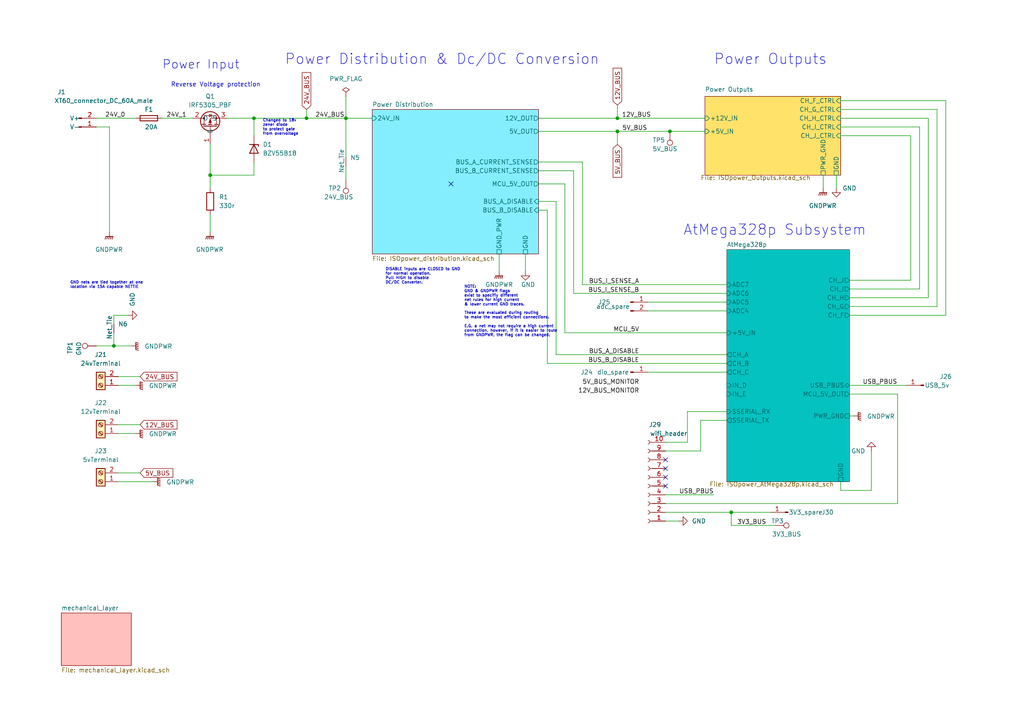
<source format=kicad_sch>
(kicad_sch (version 20211123) (generator eeschema)
  (paper "A4")
  (lib_symbols
    (symbol "000_Connectors_Immo:XT60_connector_DC_60A_male" (pin_names (offset 1.016))
      (property "Reference" "J?" (at 1.27 6.35 0))
      (property "Value" "XT60_connector_DC_60A_male" (at 8.89 3.81 0))
      (symbol "XT60_connector_DC_60A_male_1_1"
        (polyline (pts (xy 1.27 -2.54) (xy 0.8636 -2.54)) (stroke (width 0.1524)))
        (polyline (pts (xy 1.27 0) (xy 0.8636 0)) (stroke (width 0.1524)))
        (rectangle (start 0.8636 -2.413) (end 0 -2.667) (stroke (width 0.1524)) (fill (type outline)))
        (rectangle (start 0.8636 0.127) (end 0 -0.127) (stroke (width 0.1524)) (fill (type outline)))
        (pin passive line (at 5.08 0 180) (length 3.81) (name "V-") (number "1"))
        (pin passive line (at 5.08 -2.54 180) (length 3.81) (name "V+") (number "2"))
      )
    )
    (symbol "000_MOSFET_Immo:IRF5305_PBF"
      (property "Reference" "Q?" (at 0 10.16 90))
      (property "Value" "IRF5305_PBF" (at 5.08 8.89 90))
      (symbol "IRF5305_PBF_0_1"
        (polyline (pts (xy 0.254 0) (xy -2.54 0)))
        (polyline (pts (xy 0.254 1.905) (xy 0.254 -1.905)) (stroke (width 0.254)))
        (polyline (pts (xy 0.762 -1.27) (xy 0.762 -2.286)) (stroke (width 0.254)))
        (polyline (pts (xy 0.762 0.508) (xy 0.762 -0.508)) (stroke (width 0.254)))
        (polyline (pts (xy 0.762 2.286) (xy 0.762 1.27)) (stroke (width 0.254)))
        (polyline (pts (xy 2.54 2.54) (xy 2.54 1.778)))
        (polyline (pts (xy 2.54 -2.54) (xy 2.54 0) (xy 0.762 0)))
        (polyline (pts (xy 0.762 1.778) (xy 3.302 1.778) (xy 3.302 -1.778) (xy 0.762 -1.778)))
        (polyline (pts (xy 2.286 0) (xy 1.27 0.381) (xy 1.27 -0.381) (xy 2.286 0)) (fill (type outline)))
        (polyline (pts (xy 2.794 -0.508) (xy 2.921 -0.381) (xy 3.683 -0.381) (xy 3.81 -0.254)))
        (polyline (pts (xy 3.302 -0.381) (xy 2.921 0.254) (xy 3.683 0.254) (xy 3.302 -0.381)))
        (circle (center 1.651 0) (radius 2.794) (stroke (width 0.254)))
        (circle (center 2.54 -1.778) (radius 0.254) (fill (type outline)))
        (circle (center 2.54 1.778) (radius 0.254) (fill (type outline)))
      )
      (symbol "IRF5305_PBF_1_1"
        (pin input line (at -5.08 0 0) (length 2.54) (name "G") (number "1"))
        (pin passive line (at 2.54 5.08 270) (length 2.54) (name "D") (number "2"))
        (pin passive line (at 2.54 -5.08 90) (length 2.54) (name "S") (number "3"))
      )
    )
    (symbol "000_Pin_Headers_Immo:Conn_01x01_Male" (pin_names (offset 1.016) hide)
      (property "Reference" "J" (at 0 2.54 0))
      (property "Value" "Conn_01x01_Male" (at 0 -2.54 0))
      (symbol "Conn_01x01_Male_1_1"
        (polyline (pts (xy 1.27 0) (xy 0.8636 0)) (stroke (width 0.1524)))
        (rectangle (start 0.8636 0.127) (end 0 -0.127) (stroke (width 0.1524)) (fill (type outline)))
        (pin passive line (at 5.08 0 180) (length 3.81) (name "Pin_1") (number "1"))
      )
    )
    (symbol "000_Pin_Headers_Immo:Conn_01x02_Male" (pin_names (offset 1.016) hide)
      (property "Reference" "J" (at 0 2.54 0))
      (property "Value" "Conn_01x02_Male" (at 0 -5.08 0))
      (symbol "Conn_01x02_Male_1_1"
        (polyline (pts (xy 1.27 -2.54) (xy 0.8636 -2.54)) (stroke (width 0.1524)))
        (polyline (pts (xy 1.27 0) (xy 0.8636 0)) (stroke (width 0.1524)))
        (rectangle (start 0.8636 -2.413) (end 0 -2.667) (stroke (width 0.1524)) (fill (type outline)))
        (rectangle (start 0.8636 0.127) (end 0 -0.127) (stroke (width 0.1524)) (fill (type outline)))
        (pin passive line (at 5.08 0 180) (length 3.81) (name "Pin_1") (number "1"))
        (pin passive line (at 5.08 -2.54 180) (length 3.81) (name "Pin_2") (number "2"))
      )
    )
    (symbol "000_Protection_Immo:Fuse" (pin_numbers hide) (pin_names (offset 0))
      (property "Reference" "F" (at 2.032 0 90))
      (property "Value" "Fuse" (at -1.905 0 90))
      (symbol "Fuse_0_1"
        (rectangle (start -0.762 -2.54) (end 0.762 2.54) (stroke (width 0.254)))
        (polyline (pts (xy 0 2.54) (xy 0 -2.54)))
      )
      (symbol "Fuse_1_1"
        (pin passive line (at 0 3.81 270) (length 1.27) (name "~") (number "1"))
        (pin passive line (at 0 -3.81 90) (length 1.27) (name "~") (number "2"))
      )
    )
    (symbol "000_Resistors_Immo:Resistor_0805" (pin_numbers hide) (pin_names (offset 0))
      (property "Reference" "R?" (at 2.54 1.2701 0))
      (property "Value" "Resistor_0805" (at 2.54 -1.2699 0))
      (symbol "Resistor_0805_0_1"
        (rectangle (start -1.016 -2.54) (end 1.016 2.54) (stroke (width 0.254)))
      )
      (symbol "Resistor_0805_1_1"
        (pin passive line (at 0 3.81 270) (length 1.27) (name "~") (number "1"))
        (pin passive line (at 0 -3.81 90) (length 1.27) (name "~") (number "2"))
      )
    )
    (symbol "000_Utility_Immo:Net_Tie" (pin_numbers hide) (pin_names (offset 0) hide) (in_bom no)
      (property "Reference" "N" (at 0 5.08 0))
      (property "Value" "Net_Tie" (at 0 2.794 0))
      (symbol "Net_Tie_1_1"
        (pin passive line (at -1.27 0 0) (length 1.27) (name "A") (number "1"))
        (pin passive line (at 1.27 0 180) (length 1.27) (name "C") (number "2"))
      )
    )
    (symbol "000_Utility_Immo:pwr_tie" (pin_numbers hide) (pin_names (offset 0) hide) (in_bom no)
      (property "Reference" "N" (at 0 5.08 0))
      (property "Value" "pwr_tie" (at 0 2.794 0))
      (symbol "pwr_tie_1_1"
        (pin passive line (at -1.27 0 0) (length 1.27) (name "A") (number "1"))
        (pin passive line (at 1.27 0 180) (length 1.27) (name "C") (number "2"))
      )
    )
    (symbol "Connector:Conn_01x10_Female" (pin_names (offset 1.016) hide)
      (property "Reference" "J" (at 0 12.7 0))
      (property "Value" "Conn_01x10_Female" (at 0 -15.24 0))
      (symbol "Conn_01x10_Female_1_1"
        (arc (start 0 -12.192) (mid -0.508 -12.7) (end 0 -13.208) (stroke (width 0.1524)))
        (arc (start 0 -9.652) (mid -0.508 -10.16) (end 0 -10.668) (stroke (width 0.1524)))
        (arc (start 0 -7.112) (mid -0.508 -7.62) (end 0 -8.128) (stroke (width 0.1524)))
        (arc (start 0 -4.572) (mid -0.508 -5.08) (end 0 -5.588) (stroke (width 0.1524)))
        (arc (start 0 -2.032) (mid -0.508 -2.54) (end 0 -3.048) (stroke (width 0.1524)))
        (polyline (pts (xy -1.27 -12.7) (xy -0.508 -12.7)) (stroke (width 0.1524)))
        (polyline (pts (xy -1.27 -10.16) (xy -0.508 -10.16)) (stroke (width 0.1524)))
        (polyline (pts (xy -1.27 -7.62) (xy -0.508 -7.62)) (stroke (width 0.1524)))
        (polyline (pts (xy -1.27 -5.08) (xy -0.508 -5.08)) (stroke (width 0.1524)))
        (polyline (pts (xy -1.27 -2.54) (xy -0.508 -2.54)) (stroke (width 0.1524)))
        (polyline (pts (xy -1.27 0) (xy -0.508 0)) (stroke (width 0.1524)))
        (polyline (pts (xy -1.27 2.54) (xy -0.508 2.54)) (stroke (width 0.1524)))
        (polyline (pts (xy -1.27 5.08) (xy -0.508 5.08)) (stroke (width 0.1524)))
        (polyline (pts (xy -1.27 7.62) (xy -0.508 7.62)) (stroke (width 0.1524)))
        (polyline (pts (xy -1.27 10.16) (xy -0.508 10.16)) (stroke (width 0.1524)))
        (arc (start 0 0.508) (mid -0.508 0) (end 0 -0.508) (stroke (width 0.1524)))
        (arc (start 0 3.048) (mid -0.508 2.54) (end 0 2.032) (stroke (width 0.1524)))
        (arc (start 0 5.588) (mid -0.508 5.08) (end 0 4.572) (stroke (width 0.1524)))
        (arc (start 0 8.128) (mid -0.508 7.62) (end 0 7.112) (stroke (width 0.1524)))
        (arc (start 0 10.668) (mid -0.508 10.16) (end 0 9.652) (stroke (width 0.1524)))
        (pin passive line (at -5.08 10.16 0) (length 3.81) (name "Pin_1") (number "1"))
        (pin passive line (at -5.08 -12.7 0) (length 3.81) (name "Pin_10") (number "10"))
        (pin passive line (at -5.08 7.62 0) (length 3.81) (name "Pin_2") (number "2"))
        (pin passive line (at -5.08 5.08 0) (length 3.81) (name "Pin_3") (number "3"))
        (pin passive line (at -5.08 2.54 0) (length 3.81) (name "Pin_4") (number "4"))
        (pin passive line (at -5.08 0 0) (length 3.81) (name "Pin_5") (number "5"))
        (pin passive line (at -5.08 -2.54 0) (length 3.81) (name "Pin_6") (number "6"))
        (pin passive line (at -5.08 -5.08 0) (length 3.81) (name "Pin_7") (number "7"))
        (pin passive line (at -5.08 -7.62 0) (length 3.81) (name "Pin_8") (number "8"))
        (pin passive line (at -5.08 -10.16 0) (length 3.81) (name "Pin_9") (number "9"))
      )
    )
    (symbol "Connector:Screw_Terminal_01x02" (pin_names (offset 1.016) hide)
      (property "Reference" "J" (at 0 2.54 0))
      (property "Value" "Screw_Terminal_01x02" (at 0 -5.08 0))
      (symbol "Screw_Terminal_01x02_1_1"
        (rectangle (start -1.27 1.27) (end 1.27 -3.81) (stroke (width 0.254)) (fill (type background)))
        (circle (center 0 -2.54) (radius 0.635) (stroke (width 0.1524)))
        (polyline (pts (xy -0.5334 -2.2098) (xy 0.3302 -3.048)) (stroke (width 0.1524)))
        (polyline (pts (xy -0.5334 0.3302) (xy 0.3302 -0.508)) (stroke (width 0.1524)))
        (polyline (pts (xy -0.3556 -2.032) (xy 0.508 -2.8702)) (stroke (width 0.1524)))
        (polyline (pts (xy -0.3556 0.508) (xy 0.508 -0.3302)) (stroke (width 0.1524)))
        (circle (center 0 0) (radius 0.635) (stroke (width 0.1524)))
        (pin passive line (at -5.08 0 0) (length 3.81) (name "Pin_1") (number "1"))
        (pin passive line (at -5.08 -2.54 0) (length 3.81) (name "Pin_2") (number "2"))
      )
    )
    (symbol "Connector:TestPoint" (pin_numbers hide) (pin_names (offset 0.762) hide)
      (property "Reference" "TP" (at 0 6.858 0))
      (property "Value" "TestPoint" (at 0 5.08 0))
      (symbol "TestPoint_0_1"
        (circle (center 0 3.302) (radius 0.762))
      )
      (symbol "TestPoint_1_1"
        (pin passive line (at 0 0 90) (length 2.54) (name "1") (number "1"))
      )
    )
    (symbol "Diode:BZV55B18" (pin_numbers hide) (pin_names (offset 1.016) hide)
      (property "Reference" "D" (at 0 2.54 0))
      (property "Value" "BZV55B18" (at 0 -2.54 0))
      (symbol "BZV55B18_0_1"
        (polyline (pts (xy 1.27 0) (xy -1.27 0)))
        (polyline (pts (xy -1.27 -1.27) (xy -1.27 1.27) (xy -0.762 1.27)) (stroke (width 0.254)))
        (polyline (pts (xy 1.27 -1.27) (xy 1.27 1.27) (xy -1.27 0) (xy 1.27 -1.27)) (stroke (width 0.254)))
      )
      (symbol "BZV55B18_1_1"
        (pin passive line (at -3.81 0 0) (length 2.54) (name "K") (number "1"))
        (pin passive line (at 3.81 0 180) (length 2.54) (name "A") (number "2"))
      )
    )
    (symbol "power:GND" (power) (pin_names (offset 0))
      (property "Value" "GND" (at 0 -3.81 0))
      (symbol "GND_0_1"
        (polyline (pts (xy 0 0) (xy 0 -1.27) (xy 1.27 -1.27) (xy 0 -2.54) (xy -1.27 -1.27) (xy 0 -1.27)))
      )
      (symbol "GND_1_1"
        (pin power_in line (at 0 0 270) (length 0) hide (name "GND") (number "1"))
      )
    )
    (symbol "power:GNDPWR" (power) (pin_names (offset 0))
      (property "Value" "GNDPWR" (at 0 -3.302 0))
      (symbol "GNDPWR_0_1"
        (polyline (pts (xy 0 -1.27) (xy 0 0)))
        (polyline (pts (xy -1.016 -1.27) (xy -1.27 -2.032) (xy -1.27 -2.032)) (stroke (width 0.2032)))
        (polyline (pts (xy -0.508 -1.27) (xy -0.762 -2.032) (xy -0.762 -2.032)) (stroke (width 0.2032)))
        (polyline (pts (xy 0 -1.27) (xy -0.254 -2.032) (xy -0.254 -2.032)) (stroke (width 0.2032)))
        (polyline (pts (xy 0.508 -1.27) (xy 0.254 -2.032) (xy 0.254 -2.032)) (stroke (width 0.2032)))
        (polyline (pts (xy 1.016 -1.27) (xy -1.016 -1.27) (xy -1.016 -1.27)) (stroke (width 0.2032)))
        (polyline (pts (xy 1.016 -1.27) (xy 0.762 -2.032) (xy 0.762 -2.032) (xy 0.762 -2.032)) (stroke (width 0.2032)))
      )
      (symbol "GNDPWR_1_1"
        (pin power_in line (at 0 0 270) (length 0) hide (name "GNDPWR") (number "1"))
      )
    )
    (symbol "power:PWR_FLAG" (power) (pin_numbers hide) (pin_names (offset 0) hide)
      (property "Value" "PWR_FLAG" (at 0 3.81 0))
      (symbol "PWR_FLAG_0_0"
        (pin power_out line (at 0 0 90) (length 0) (name "pwr") (number "1"))
      )
      (symbol "PWR_FLAG_0_1"
        (polyline (pts (xy 0 0) (xy 0 1.27) (xy -1.016 1.905) (xy 0 2.54) (xy 1.016 1.905) (xy 0 1.27)))
      )
    )
  )
  (junction (at 100.33 34.29))
  (junction (at 179.07 38.1))
  (junction (at 33.02 100.33))
  (junction (at 60.96 50.8))
  (junction (at 194.31 38.1))
  (junction (at 212.09 148.59))
  (junction (at 179.07 34.29))
  (junction (at 73.66 34.29))
  (junction (at 88.9 34.29))
  (no_connect (at 193.04 135.89))
  (no_connect (at 193.04 133.35))
  (no_connect (at 193.04 138.43))
  (no_connect (at 193.04 140.97))
  (no_connect (at 130.81 53.34))
  (wire (pts (xy 100.33 27.94) (xy 100.33 34.29)))
  (wire (pts (xy 260.35 114.3) (xy 260.35 146.05)))
  (wire (pts (xy 161.29 102.87) (xy 210.82 102.87)))
  (wire (pts (xy 88.9 31.75) (xy 88.9 34.29)))
  (wire (pts (xy 46.99 34.29) (xy 55.88 34.29)))
  (wire (pts (xy 144.78 73.66) (xy 144.78 78.74)))
  (wire (pts (xy 246.38 111.76) (xy 262.89 111.76)))
  (wire (pts (xy 271.78 31.75) (xy 271.78 88.9)))
  (wire (pts (xy 243.84 29.21) (xy 274.32 29.21)))
  (wire (pts (xy 193.04 146.05) (xy 260.35 146.05)))
  (wire (pts (xy 246.38 114.3) (xy 260.35 114.3)))
  (wire (pts (xy 39.37 125.73) (xy 34.29 125.73)))
  (wire (pts (xy 187.96 87.63) (xy 210.82 87.63)))
  (wire (pts (xy 34.29 139.7) (xy 44.45 139.7)))
  (wire (pts (xy 203.2 130.81) (xy 203.2 121.92)))
  (wire (pts (xy 34.29 123.19) (xy 40.64 123.19)))
  (wire (pts (xy 100.33 48.26) (xy 100.33 52.07)))
  (wire (pts (xy 194.31 38.1) (xy 204.47 38.1)))
  (wire (pts (xy 243.84 142.24) (xy 243.84 139.7)))
  (wire (pts (xy 27.94 36.83) (xy 31.75 36.83)))
  (wire (pts (xy 252.73 130.81) (xy 252.73 142.24)))
  (wire (pts (xy 73.66 46.99) (xy 73.66 50.8)))
  (wire (pts (xy 179.07 34.29) (xy 204.47 34.29)))
  (wire (pts (xy 203.2 121.92) (xy 210.82 121.92)))
  (wire (pts (xy 269.24 86.36) (xy 269.24 34.29)))
  (wire (pts (xy 66.04 34.29) (xy 73.66 34.29)))
  (wire (pts (xy 212.09 148.59) (xy 223.52 148.59)))
  (wire (pts (xy 161.29 102.87) (xy 161.29 58.42)))
  (wire (pts (xy 179.07 38.1) (xy 179.07 41.91)))
  (wire (pts (xy 38.1 100.33) (xy 33.02 100.33)))
  (wire (pts (xy 156.21 49.53) (xy 166.37 49.53)))
  (wire (pts (xy 27.94 100.33) (xy 33.02 100.33)))
  (wire (pts (xy 60.96 62.23) (xy 60.96 67.31)))
  (wire (pts (xy 163.83 53.34) (xy 163.83 96.52)))
  (wire (pts (xy 246.38 83.82) (xy 266.7 83.82)))
  (wire (pts (xy 193.04 130.81) (xy 203.2 130.81)))
  (wire (pts (xy 34.29 109.22) (xy 40.64 109.22)))
  (wire (pts (xy 158.75 105.41) (xy 158.75 60.96)))
  (wire (pts (xy 243.84 142.24) (xy 252.73 142.24)))
  (wire (pts (xy 193.04 148.59) (xy 212.09 148.59)))
  (wire (pts (xy 187.96 107.95) (xy 210.82 107.95)))
  (wire (pts (xy 100.33 34.29) (xy 100.33 45.72)))
  (wire (pts (xy 88.9 34.29) (xy 100.33 34.29)))
  (wire (pts (xy 60.96 50.8) (xy 60.96 54.61)))
  (wire (pts (xy 73.66 34.29) (xy 88.9 34.29)))
  (wire (pts (xy 33.02 91.44) (xy 37.1382 91.44)))
  (wire (pts (xy 187.96 90.17) (xy 210.82 90.17)))
  (wire (pts (xy 27.94 34.29) (xy 39.37 34.29)))
  (wire (pts (xy 266.7 36.83) (xy 243.84 36.83)))
  (wire (pts (xy 193.04 143.51) (xy 207.01 143.51)))
  (wire (pts (xy 156.21 46.99) (xy 168.91 46.99)))
  (wire (pts (xy 31.75 36.83) (xy 31.75 67.31)))
  (wire (pts (xy 156.21 38.1) (xy 179.07 38.1)))
  (wire (pts (xy 246.38 88.9) (xy 271.78 88.9)))
  (wire (pts (xy 199.39 128.27) (xy 199.39 119.38)))
  (wire (pts (xy 264.16 81.28) (xy 264.16 39.37)))
  (wire (pts (xy 199.39 119.38) (xy 210.82 119.38)))
  (wire (pts (xy 156.21 34.29) (xy 179.07 34.29)))
  (wire (pts (xy 60.96 41.91) (xy 60.96 50.8)))
  (wire (pts (xy 152.4 73.66) (xy 152.4 78.74)))
  (wire (pts (xy 266.7 36.83) (xy 266.7 83.82)))
  (wire (pts (xy 246.38 81.28) (xy 264.16 81.28)))
  (wire (pts (xy 224.79 152.4) (xy 212.09 152.4)))
  (wire (pts (xy 158.75 60.96) (xy 156.21 60.96)))
  (wire (pts (xy 156.21 53.34) (xy 163.83 53.34)))
  (wire (pts (xy 33.02 93.98) (xy 33.02 91.44)))
  (wire (pts (xy 274.32 29.21) (xy 274.32 91.44)))
  (wire (pts (xy 246.38 120.65) (xy 247.65 120.65)))
  (wire (pts (xy 193.04 151.13) (xy 196.85 151.13)))
  (wire (pts (xy 179.07 34.29) (xy 179.07 30.48)))
  (wire (pts (xy 34.29 137.16) (xy 40.64 137.16)))
  (wire (pts (xy 33.02 96.52) (xy 33.02 100.33)))
  (wire (pts (xy 243.84 34.29) (xy 269.24 34.29)))
  (wire (pts (xy 163.83 96.52) (xy 210.82 96.52)))
  (wire (pts (xy 100.33 34.29) (xy 107.95 34.29)))
  (wire (pts (xy 168.91 82.55) (xy 168.91 46.99)))
  (wire (pts (xy 158.75 105.41) (xy 210.82 105.41)))
  (wire (pts (xy 264.16 39.37) (xy 243.84 39.37)))
  (wire (pts (xy 166.37 85.09) (xy 166.37 49.53)))
  (wire (pts (xy 73.66 50.8) (xy 60.96 50.8)))
  (wire (pts (xy 193.04 128.27) (xy 199.39 128.27)))
  (wire (pts (xy 271.78 31.75) (xy 243.84 31.75)))
  (wire (pts (xy 242.57 54.61) (xy 242.57 50.8)))
  (wire (pts (xy 179.07 38.1) (xy 194.31 38.1)))
  (wire (pts (xy 39.37 111.76) (xy 34.29 111.76)))
  (wire (pts (xy 212.09 148.59) (xy 212.09 152.4)))
  (wire (pts (xy 73.66 34.29) (xy 73.66 39.37)))
  (wire (pts (xy 166.37 85.09) (xy 210.82 85.09)))
  (wire (pts (xy 238.76 50.8) (xy 238.76 54.61)))
  (wire (pts (xy 168.91 82.55) (xy 210.82 82.55)))
  (wire (pts (xy 246.38 86.36) (xy 269.24 86.36)))
  (wire (pts (xy 156.21 58.42) (xy 161.29 58.42)))
  (wire (pts (xy 246.38 91.44) (xy 274.32 91.44)))
  (text "Power Outputs" (at 207.01 19.05 0) (effects (font (size 3 3)) (justify left bottom)))
  (text "Reverse Voltage protection" (at 49.53 25.4 0) (effects (font (size 1.27 1.27)) (justify left bottom)))
  (text "AtMega328p Subsystem" (at 198.12 68.58 0) (effects (font (size 3 3)) (justify left bottom)))
  (text "Power Distribution & Dc/DC Conversion" (at 82.55 19.05 0) (effects (font (size 3 3)) (justify left bottom)))
  (text "Power Input" (at 46.99 20.32 0) (effects (font (size 2.5 2.5)) (justify left bottom)))
  (text "DISABLE inputs are CLOSED to GND\nfor normal operation.\nPull HIGH to disable\nDC/DC Converter.\n\n" (at 111.76 83.82 0) (effects (font (size 0.8 0.8)) (justify left bottom)))
  (text "NOTE:\nGND & GNDPWR flags\nexist to specifiy different \nnet rules for high current\n& lower current GND traces.\n" (at 134.62 88.9 0) (effects (font (size 0.8 0.8)) (justify left bottom)))
  (text "Changed to 18v\nzener diode\nto protect gate\nfrom overvoltage" (at 76.2 39.37 0) (effects (font (size 0.8 0.8)) (justify left bottom)))
  (text "These are evaluated during routing\nto make the most efficient connections.\n\nE.G, a net may not require a high current\nconnection, however, if it is easier to route \nfrom GNDPWR, the flag can be changed." (at 134.62 97.79 0) (effects (font (size 0.8 0.8)) (justify left bottom)))
  (text "GND nets are tied together at one\nlocation via 15A capable NETTIE" (at 20.32 83.82 0) (effects (font (size 0.8 0.8)) (justify left bottom)))
  (label "12V_BUS" (at 180.34 34.29 0))
  (label "USB_PBUS" (at 207.01 143.51 180))
  (label "BUS_B_DISABLE" (at 185.42 105.41 180))
  (label "24V_BUS" (at 91.44 34.29 0))
  (label "5V_BUS" (at 180.4597 38.1 0))
  (label "24V_1" (at 48.26 34.29 0))
  (label "USB_PBUS" (at 250.19 111.76 0))
  (label "24V_0" (at 30.48 34.29 0))
  (label "BUS_I_SENSE_B" (at 185.42 85.09 180))
  (label "BUS_A_DISABLE" (at 185.42 102.87 180))
  (label "12V_BUS_MONITOR" (at 185.42 114.3 180))
  (label "5V_BUS_MONITOR" (at 185.42 111.76 180))
  (label "MCU_5V" (at 185.42 96.52 180))
  (label "3V3_BUS" (at 222.25 152.4 180))
  (label "BUS_I_SENSE_A" (at 185.42 82.55 180))
  (global_label "24V_BUS" (shape input) (at 88.9 31.75 90) (property "Intersheet References" "${INTERSHEET_REFS}" (effects hide)))
  (global_label "12V_BUS" (shape input) (at 179.07 30.48 90) (property "Intersheet References" "${INTERSHEET_REFS}" (effects hide)))
  (global_label "5V_BUS" (shape input) (at 40.64 137.16 0) (property "Intersheet References" "${INTERSHEET_REFS}" (effects hide)))
  (global_label "12V_BUS" (shape input) (at 40.64 123.19 0) (property "Intersheet References" "${INTERSHEET_REFS}" (effects hide)))
  (global_label "24V_BUS" (shape input) (at 40.64 109.22 0) (property "Intersheet References" "${INTERSHEET_REFS}" (effects hide)))
  (global_label "5V_BUS" (shape input) (at 179.07 41.91 270) (property "Intersheet References" "${INTERSHEET_REFS}" (effects hide)))
  (symbol (lib_id "Connector:TestPoint") (at 100.33 52.07 180) (unit 1)
    (property "Reference" "TP2" (at 95.25 54.61 0) (effects (justify right)))
    (property "Value" "24V_BUS" (at 93.98 57.15 0) (effects (justify right)))
    (property "Footprint" "TestPoint:TestPoint_Pad_D1.5mm" (effects hide))
  )
  (symbol (lib_id "Connector:Screw_Terminal_01x02") (at 29.21 111.76 180) (unit 1)
    (property "Reference" "J21" (at 29.21 102.87 0))
    (property "Value" "24vTerminal" (at 29.21 105.41 0))
    (property "Footprint" "TerminalBlock:TerminalBlock_Altech_AK300-2_P5.00mm" (effects hide))
  )
  (symbol (lib_id "power:GNDPWR") (at 60.96 67.31 0) (unit 1)
    (property "Reference" "#PWR0101" (effects hide))
    (property "Value" "GNDPWR" (at 60.833 72.39 0))
  )
  (symbol (lib_id "Connector:Screw_Terminal_01x02") (at 29.21 139.7 180) (unit 1)
    (property "Reference" "J23" (at 29.21 130.81 0))
    (property "Value" "5vTerminal" (at 29.21 133.35 0))
    (property "Footprint" "TerminalBlock:TerminalBlock_Altech_AK300-2_P5.00mm" (effects hide))
  )
  (symbol (lib_id "000_Protection_Immo:Fuse") (at 43.18 34.29 90) (unit 1)
    (property "Reference" "F1" (at 44.45 31.75 90) (effects (justify left)))
    (property "Value" "20A" (at 45.72 36.83 90) (effects (justify left)))
    (property "Footprint" "Fuse:Fuseholder_Cylinder-5x20mm_Stelvio-Kontek_PTF78_Horizontal_Open" (effects hide))
  )
  (symbol (lib_id "power:GND") (at 152.4 78.74 0) (unit 1)
    (property "Reference" "#PWR0115" (effects hide))
    (property "Value" "GND" (at 151.13 82.55 0) (effects (justify left)))
  )
  (symbol (lib_id "power:PWR_FLAG") (at 100.33 27.94 0) (unit 1)
    (property "Reference" "#FLG01" (effects hide))
    (property "Value" "PWR_FLAG" (at 100.33 22.86 0))
  )
  (symbol (lib_id "000_Pin_Headers_Immo:Conn_01x01_Male") (at 267.97 111.76 180) (unit 1)
    (property "Reference" "J26" (at 274.32 109.22 0))
    (property "Value" "USB_5v" (at 271.78 111.76 0))
    (property "Footprint" "Connector_PinHeader_1.27mm:PinHeader_1x01_P1.27mm_Vertical" (effects hide))
  )
  (symbol (lib_id "power:GNDPWR") (at 38.1 100.33 90) (unit 1)
    (property "Reference" "#PWR0110" (effects hide))
    (property "Value" "GNDPWR" (at 41.91 100.4569 90) (effects (justify right)))
  )
  (symbol (lib_id "Connector:TestPoint") (at 224.79 152.4 270) (unit 1)
    (property "Reference" "TP3" (at 227.33 151.13 90) (effects (justify right)))
    (property "Value" "3V3_BUS" (at 232.41 154.94 90) (effects (justify right)))
    (property "Footprint" "TestPoint:TestPoint_Pad_D1.5mm" (effects hide))
  )
  (symbol (lib_id "000_Pin_Headers_Immo:Conn_01x02_Male") (at 182.88 87.63 0) (unit 1)
    (property "Reference" "J25" (at 175.26 87.63 0))
    (property "Value" "adc_spare" (at 177.8 88.9 0))
    (property "Footprint" "Connector_PinHeader_1.27mm:PinHeader_1x02_P1.27mm_Vertical" (effects hide))
  )
  (symbol (lib_id "000_Connectors_Immo:XT60_connector_DC_60A_male") (at 22.86 36.83 0) (mirror x) (unit 1)
    (property "Reference" "J1" (at 19.05 26.67 0) (effects (justify right)))
    (property "Value" "XT60_connector_DC_60A_male" (at 44.45 29.21 0) (effects (justify right)))
    (property "Footprint" "Connector_AMASS:AMASS_XT60PW-M" (effects hide))
  )
  (symbol (lib_id "000_Utility_Immo:pwr_tie") (at 33.02 95.25 90) (unit 1) (in_bom no)
    (property "Reference" "N6" (at 34.29 93.9799 90) (effects (justify right)))
    (property "Value" "Net_Tie" (at 31.75 91.44 0) (effects (justify right)))
    (property "Footprint" "NetTie:NetTie-8-15A_1oz_2oz" (effects hide))
  )
  (symbol (lib_id "power:GNDPWR") (at 31.75 67.31 0) (unit 1)
    (property "Reference" "#PWR0107" (effects hide))
    (property "Value" "GNDPWR" (at 31.623 72.39 0))
  )
  (symbol (lib_id "power:GNDPWR") (at 39.37 125.73 90) (unit 1)
    (property "Reference" "#PWR0112" (effects hide))
    (property "Value" "GNDPWR" (at 43.18 125.8569 90) (effects (justify right)))
  )
  (symbol (lib_id "power:GNDPWR") (at 44.45 139.7 90) (unit 1)
    (property "Reference" "#PWR0113" (effects hide))
    (property "Value" "GNDPWR" (at 48.26 139.8269 90) (effects (justify right)))
  )
  (symbol (lib_id "power:GNDPWR") (at 144.78 78.74 0) (unit 1)
    (property "Reference" "#PWR0109" (effects hide))
    (property "Value" "GNDPWR" (at 144.78 82.55 0))
  )
  (symbol (lib_id "000_Pin_Headers_Immo:Conn_01x01_Male") (at 228.6 148.59 180) (unit 1)
    (property "Reference" "J30" (at 240.03 148.59 0))
    (property "Value" "3V3_spare" (at 233.68 148.59 0))
    (property "Footprint" "Connector_PinHeader_1.27mm:PinHeader_1x01_P1.27mm_Vertical" (effects hide))
  )
  (symbol (lib_id "power:GND") (at 242.57 54.61 0) (unit 1)
    (property "Reference" "#PWR0102" (effects hide))
    (property "Value" "GND" (at 246.38 54.61 0))
  )
  (symbol (lib_id "000_Utility_Immo:Net_Tie") (at 100.33 46.99 90) (unit 1) (in_bom no)
    (property "Reference" "N5" (at 101.6 45.7199 90) (effects (justify right)))
    (property "Value" "Net_Tie" (at 99.06 43.18 0) (effects (justify right)))
    (property "Footprint" "NetTie:NetTie-2_SMD_Pad0.5mm" (effects hide))
  )
  (symbol (lib_id "000_MOSFET_Immo:IRF5305_PBF") (at 60.96 36.83 90) (unit 1)
    (property "Reference" "Q1" (at 60.96 27.94 90))
    (property "Value" "IRF5305_PBF" (at 60.96 30.48 90))
    (property "Footprint" "Package_TO_SOT_SMD:TO-263-2" (effects hide))
    (property "Datasheet" "http://www.infineon.com/dgdl/irf4905.pdf?fileId=5546d462533600a4015355e32165197c" (effects hide))
  )
  (symbol (lib_id "Connector:TestPoint") (at 194.31 38.1 180) (unit 1)
    (property "Reference" "TP5" (at 189.23 40.64 0) (effects (justify right)))
    (property "Value" "5V_BUS" (at 189.23 43.18 0) (effects (justify right)))
    (property "Footprint" "TestPoint:TestPoint_Pad_D1.5mm" (effects hide))
  )
  (symbol (lib_id "000_Resistors_Immo:Resistor_0805") (at 60.96 58.42 0) (unit 1)
    (property "Reference" "R1" (at 63.5 57.1499 0) (effects (justify left)))
    (property "Value" "330r" (at 63.5 59.6899 0) (effects (justify left)))
    (property "Footprint" "Resistor_SMD:R_0805_2012Metric_Pad1.20x1.40mm_HandSolder" (effects hide))
  )
  (symbol (lib_id "Connector:Conn_01x10_Female") (at 187.96 140.97 180) (unit 1)
    (property "Reference" "J29" (at 191.77 123.19 0) (effects (justify left)))
    (property "Value" "wifi_header" (at 199.39 125.73 0) (effects (justify left)))
    (property "Footprint" "Connector_PinSocket_1.27mm:PinSocket_1x10_P1.27mm_Vertical" (effects hide))
  )
  (symbol (lib_id "power:GND") (at 37.1382 91.44 90) (unit 1)
    (property "Reference" "#PWR01" (effects hide))
    (property "Value" "GND" (at 38.4081 88.9 0) (effects (justify left)))
  )
  (symbol (lib_id "power:GNDPWR") (at 247.65 120.65 90) (unit 1)
    (property "Reference" "#PWR0116" (effects hide))
    (property "Value" "GNDPWR" (at 251.46 120.7769 90) (effects (justify right)))
  )
  (symbol (lib_id "Connector:TestPoint") (at 27.94 100.33 90) (unit 1)
    (property "Reference" "TP1" (at 20.32 99.06 0) (effects (justify right)))
    (property "Value" "GND" (at 22.86 99.06 0) (effects (justify right)))
    (property "Footprint" "TestPoint:TestPoint_Pad_D1.5mm" (effects hide))
  )
  (symbol (lib_id "power:GND") (at 252.73 130.81 180) (unit 1)
    (property "Reference" "#PWR07" (effects hide))
    (property "Value" "GND" (at 248.92 130.81 0))
  )
  (symbol (lib_id "Diode:BZV55B18") (at 73.66 43.18 270) (unit 1)
    (property "Reference" "D1" (at 76.2 41.9099 90) (effects (justify left)))
    (property "Value" "BZV55B18" (at 76.2 44.4499 90) (effects (justify left)))
    (property "Footprint" "Diode_SMD:D_MiniMELF_Handsoldering" (effects hide))
    (property "Datasheet" "https://assets.nexperia.com/documents/data-sheet/BZV55_SER.pdf" (effects hide))
  )
  (symbol (lib_id "power:GNDPWR") (at 39.37 111.76 90) (unit 1)
    (property "Reference" "#PWR0111" (effects hide))
    (property "Value" "GNDPWR" (at 43.18 111.8869 90) (effects (justify right)))
  )
  (symbol (lib_id "Connector:Screw_Terminal_01x02") (at 29.21 125.73 180) (unit 1)
    (property "Reference" "J22" (at 29.21 116.84 0))
    (property "Value" "12vTerminal" (at 29.21 119.38 0))
    (property "Footprint" "TerminalBlock:TerminalBlock_Altech_AK300-2_P5.00mm" (effects hide))
  )
  (symbol (lib_id "000_Pin_Headers_Immo:Conn_01x01_Male") (at 182.88 107.95 0) (unit 1)
    (property "Reference" "J24" (at 170.18 107.95 0))
    (property "Value" "dio_spare" (at 177.8 107.95 0))
    (property "Footprint" "Connector_PinHeader_1.27mm:PinHeader_1x01_P1.27mm_Vertical" (effects hide))
  )
  (symbol (lib_id "power:GND") (at 196.85 151.13 90) (unit 1)
    (property "Reference" "#PWR08" (effects hide))
    (property "Value" "GND" (at 200.66 151.1299 90) (effects (justify right)))
  )
  (symbol (lib_id "power:GNDPWR") (at 238.76 54.61 0) (unit 1)
    (property "Reference" "#PWR0108" (effects hide))
    (property "Value" "GNDPWR" (at 238.633 59.69 0))
  )
  (sheet (at 107.95 31.75) (size 48.26 41.91) (stroke (width 0.1524)) (fill (color 132 238 255 1.0000))
    (property "Sheet name" "Power Distribution" (at 107.95 31.0384 0) (effects (justify left bottom)))
    (property "Sheet file" "ISOpower_distribution.kicad_sch" (at 107.95 74.2446 0) (effects (justify left top)))
    (pin "BUS_A_CURRENT_SENSE" output (at 156.21 46.99 0))
    (pin "BUS_B_CURRENT_SENSE" output (at 156.21 49.53 0))
    (pin "GND" passive (at 152.4 73.66 270))
    (pin "12V_OUT" output (at 156.21 34.29 0))
    (pin "5V_OUT" output (at 156.21 38.1 0))
    (pin "24V_IN" input (at 107.95 34.29 180))
    (pin "BUS_A_DISABLE" input (at 156.21 58.42 0))
    (pin "BUS_B_DISABLE" input (at 156.21 60.96 0))
    (pin "MCU_5V_OUT" output (at 156.21 53.34 0))
    (pin "GND_PWR" passive (at 144.78 73.66 270))
  )
  (sheet (at 17.78 177.8) (size 20.32 15.24) (stroke (width 0.1524)) (fill (color 255 13 6 0.2600))
    (property "Sheet name" "mechanical_layer" (at 17.78 177.0884 0) (effects (justify left bottom)))
    (property "Sheet file" "mechanical_layer.kicad_sch" (at 17.78 193.6246 0) (effects (justify left top)))
  )
  (sheet (at 210.82 72.39) (size 35.56 67.31) (stroke (width 0.1524) (color 54 52 53 1)) (fill (color 3 194 191 1.0000))
    (property "Sheet name" "AtMega328p" (at 210.82 71.6784 0) (effects (justify left bottom)))
    (property "Sheet file" "ISOpower_AtMega328p.kicad_sch" (at 205.74 139.7 0) (effects (justify left top)))
    (pin "+5V_IN" input (at 210.82 96.52 180))
    (pin "ADC7" input (at 210.82 82.55 180))
    (pin "ADC6" input (at 210.82 85.09 180))
    (pin "CH_B" output (at 210.82 105.41 180))
    (pin "CH_C" output (at 210.82 107.95 180))
    (pin "CH_A" output (at 210.82 102.87 180))
    (pin "GND" passive (at 243.84 139.7 270))
    (pin "ADC5" input (at 210.82 87.63 180))
    (pin "ADC4" input (at 210.82 90.17 180))
    (pin "CH_J" output (at 246.38 81.28 0))
    (pin "CH_I" output (at 246.38 83.82 0))
    (pin "CH_F" output (at 246.38 91.44 0))
    (pin "CH_G" output (at 246.38 88.9 0))
    (pin "CH_H" output (at 246.38 86.36 0))
    (pin "IN_E" input (at 210.82 114.3 180))
    (pin "IN_D" input (at 210.82 111.76 180))
    (pin "SSERIAL_TX" output (at 210.82 121.92 180))
    (pin "SSERIAL_RX" input (at 210.82 119.38 180))
    (pin "MCU_5V_OUT" output (at 246.38 114.3 0))
    (pin "USB_PBUS" bidirectional (at 246.38 111.76 0))
    (pin "PWR_GND" passive (at 246.38 120.65 0))
  )
  (sheet (at 204.47 27.94) (size 39.37 22.86) (stroke (width 0.1524)) (fill (color 255 226 105 1.0000))
    (property "Sheet name" "Power Outputs" (at 204.47 26.67 0) (effects (justify left bottom)))
    (property "Sheet file" "ISOpower_Outputs.kicad_sch" (at 203.2 50.8 0) (effects (justify left top)))
    (pin "+5V_IN" input (at 204.47 38.1 180))
    (pin "+12V_IN" input (at 204.47 34.29 180))
    (pin "GND" passive (at 242.57 50.8 270))
    (pin "CH_I_CTRL" input (at 243.84 36.83 0))
    (pin "CH_J_CTRL" input (at 243.84 39.37 0))
    (pin "CH_F_CTRL" input (at 243.84 29.21 0))
    (pin "CH_G_CTRL" input (at 243.84 31.75 0))
    (pin "CH_H_CTRL" input (at 243.84 34.29 0))
    (pin "PWR_GND" passive (at 238.76 50.8 270))
  )
)
</source>
